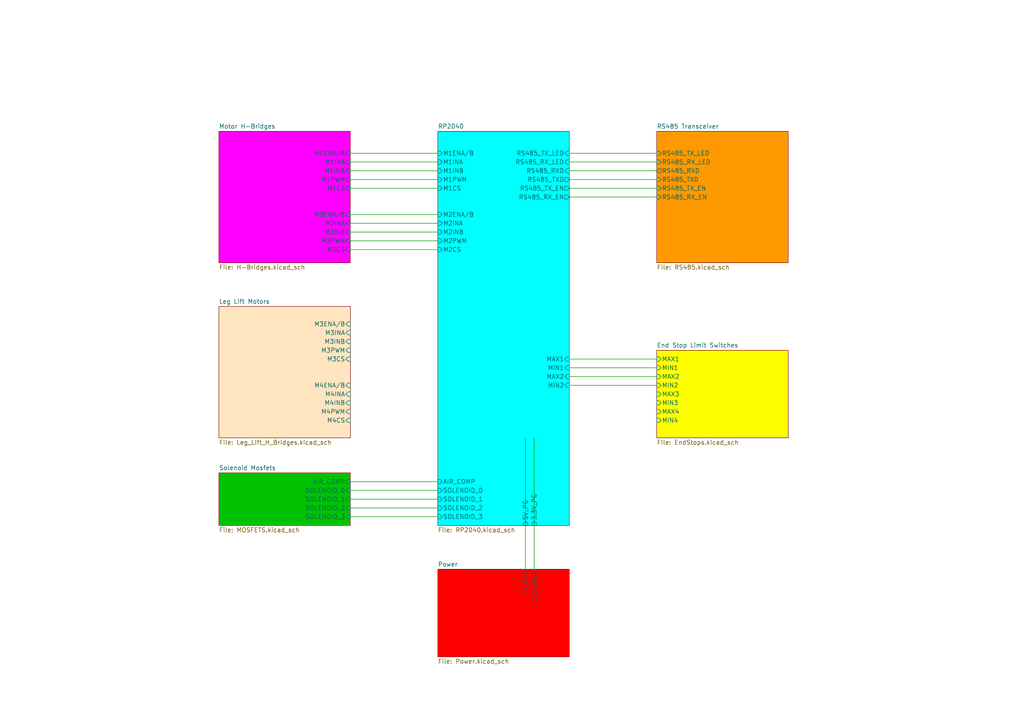
<source format=kicad_sch>
(kicad_sch
	(version 20231120)
	(generator "eeschema")
	(generator_version "8.0")
	(uuid "ebcf7e2b-8e27-4fda-b836-f1b7b461dd71")
	(paper "A4")
	(lib_symbols)
	(wire
		(pts
			(xy 101.6 142.24) (xy 127 142.24)
		)
		(stroke
			(width 0)
			(type default)
		)
		(uuid "02dbefda-1dea-40fc-8037-d8da4be31d2b")
	)
	(wire
		(pts
			(xy 101.6 149.86) (xy 127 149.86)
		)
		(stroke
			(width 0)
			(type default)
		)
		(uuid "0af1ec7c-777b-4050-9f75-12ad8f08ce57")
	)
	(wire
		(pts
			(xy 152.4 127) (xy 152.4 165.1)
		)
		(stroke
			(width 0)
			(type default)
		)
		(uuid "289aebe7-d4cb-4cc6-b681-dec963f5b474")
	)
	(wire
		(pts
			(xy 154.94 127) (xy 154.94 165.1)
		)
		(stroke
			(width 0)
			(type default)
		)
		(uuid "2c27b5ba-3f05-47d3-992c-c490bdb87311")
	)
	(wire
		(pts
			(xy 165.1 49.53) (xy 190.5 49.53)
		)
		(stroke
			(width 0)
			(type default)
		)
		(uuid "33941cae-978d-45cc-bb1e-7e742d60c26e")
	)
	(wire
		(pts
			(xy 101.6 67.31) (xy 127 67.31)
		)
		(stroke
			(width 0)
			(type default)
		)
		(uuid "347ef00c-94ef-49f2-8bd3-ca271d8964d0")
	)
	(wire
		(pts
			(xy 165.1 54.61) (xy 190.5 54.61)
		)
		(stroke
			(width 0)
			(type default)
		)
		(uuid "35bca70e-56f2-4a34-a171-ef45c82e9002")
	)
	(wire
		(pts
			(xy 101.6 54.61) (xy 127 54.61)
		)
		(stroke
			(width 0)
			(type default)
		)
		(uuid "386d3fdd-4e74-44de-8435-c262ebbbcf4a")
	)
	(wire
		(pts
			(xy 101.6 72.39) (xy 127 72.39)
		)
		(stroke
			(width 0)
			(type default)
		)
		(uuid "40a50979-6861-41c2-ad91-a141991a875e")
	)
	(wire
		(pts
			(xy 165.1 52.07) (xy 190.5 52.07)
		)
		(stroke
			(width 0)
			(type default)
		)
		(uuid "49b22784-afe5-4d41-b343-cec0834415ed")
	)
	(wire
		(pts
			(xy 101.6 62.23) (xy 127 62.23)
		)
		(stroke
			(width 0)
			(type default)
		)
		(uuid "4d98ef4f-4406-440c-a868-8abc09731e17")
	)
	(wire
		(pts
			(xy 101.6 147.32) (xy 127 147.32)
		)
		(stroke
			(width 0)
			(type default)
		)
		(uuid "4e089668-e716-4a9d-90c4-dde291b6f5d2")
	)
	(wire
		(pts
			(xy 101.6 139.7) (xy 127 139.7)
		)
		(stroke
			(width 0)
			(type default)
		)
		(uuid "5044f88c-78c2-4030-addd-c4455e2b5448")
	)
	(wire
		(pts
			(xy 101.6 49.53) (xy 127 49.53)
		)
		(stroke
			(width 0)
			(type default)
		)
		(uuid "68ab8f7c-cfa9-4a54-9d52-d18979dcc268")
	)
	(wire
		(pts
			(xy 101.6 46.99) (xy 127 46.99)
		)
		(stroke
			(width 0)
			(type default)
		)
		(uuid "7c76d0b5-710a-4d46-b86a-5f3bc34b20b9")
	)
	(wire
		(pts
			(xy 101.6 69.85) (xy 127 69.85)
		)
		(stroke
			(width 0)
			(type default)
		)
		(uuid "83f3a3ab-d9fc-4bfd-ab8b-814a158ab130")
	)
	(wire
		(pts
			(xy 101.6 64.77) (xy 127 64.77)
		)
		(stroke
			(width 0)
			(type default)
		)
		(uuid "84bed5e7-0979-4cba-a720-d2ec58e25955")
	)
	(wire
		(pts
			(xy 165.1 104.14) (xy 190.5 104.14)
		)
		(stroke
			(width 0)
			(type default)
		)
		(uuid "ae348e45-6fb4-4809-8a47-3d960d49b8de")
	)
	(wire
		(pts
			(xy 165.1 109.22) (xy 190.5 109.22)
		)
		(stroke
			(width 0)
			(type default)
		)
		(uuid "b3d752d1-69d7-425a-b620-f5ef5794fb74")
	)
	(wire
		(pts
			(xy 165.1 57.15) (xy 190.5 57.15)
		)
		(stroke
			(width 0)
			(type default)
		)
		(uuid "d4b0a95c-151f-46ed-bf86-676ee7b8d46f")
	)
	(wire
		(pts
			(xy 101.6 44.45) (xy 127 44.45)
		)
		(stroke
			(width 0)
			(type default)
		)
		(uuid "d76011b8-184f-4dc5-9a59-1b209909a0d1")
	)
	(wire
		(pts
			(xy 165.1 46.99) (xy 190.5 46.99)
		)
		(stroke
			(width 0)
			(type default)
		)
		(uuid "e33ebeea-8c7a-420b-9ac0-fef8fcef251f")
	)
	(wire
		(pts
			(xy 165.1 106.68) (xy 190.5 106.68)
		)
		(stroke
			(width 0)
			(type default)
		)
		(uuid "e35d00e6-5d42-4c7d-b071-c9535ae065d9")
	)
	(wire
		(pts
			(xy 165.1 44.45) (xy 190.5 44.45)
		)
		(stroke
			(width 0)
			(type default)
		)
		(uuid "f0bd188f-a95d-48a9-9d6e-61ede35b1752")
	)
	(wire
		(pts
			(xy 101.6 52.07) (xy 127 52.07)
		)
		(stroke
			(width 0)
			(type default)
		)
		(uuid "f343804f-d035-4e58-99e7-117c95b77b21")
	)
	(wire
		(pts
			(xy 101.6 144.78) (xy 127 144.78)
		)
		(stroke
			(width 0)
			(type default)
		)
		(uuid "f57f4d95-53b0-45d1-bb33-d009bb9b41e1")
	)
	(wire
		(pts
			(xy 165.1 111.76) (xy 190.5 111.76)
		)
		(stroke
			(width 0)
			(type default)
		)
		(uuid "f6eb3a6c-87e7-4337-a469-c3343c0013c8")
	)
	(sheet
		(at 127 38.1)
		(size 38.1 114.3)
		(fields_autoplaced yes)
		(stroke
			(width 0.1524)
			(type solid)
		)
		(fill
			(color 0 255 255 1.0000)
		)
		(uuid "21c46b6c-89db-453e-9f1c-8ec34b51ab69")
		(property "Sheetname" "RP2040"
			(at 127 37.3884 0)
			(effects
				(font
					(size 1.27 1.27)
				)
				(justify left bottom)
			)
		)
		(property "Sheetfile" "RP2040.kicad_sch"
			(at 127 152.9846 0)
			(effects
				(font
					(size 1.27 1.27)
				)
				(justify left top)
			)
		)
		(pin "AIR_COMP" input
			(at 127 139.7 180)
			(effects
				(font
					(size 1.27 1.27)
				)
				(justify left)
			)
			(uuid "1853a366-25be-41cb-812b-4b1b38212b8f")
		)
		(pin "SOLENOID_0" input
			(at 127 142.24 180)
			(effects
				(font
					(size 1.27 1.27)
				)
				(justify left)
			)
			(uuid "be527ef1-843b-4494-a93a-d45b0501913e")
		)
		(pin "SOLENOID_1" input
			(at 127 144.78 180)
			(effects
				(font
					(size 1.27 1.27)
				)
				(justify left)
			)
			(uuid "45253151-8aff-4189-bca6-d280757a106a")
		)
		(pin "SOLENOID_2" input
			(at 127 147.32 180)
			(effects
				(font
					(size 1.27 1.27)
				)
				(justify left)
			)
			(uuid "ad516404-e570-46b7-af6f-e77ad541d31a")
		)
		(pin "SOLENOID_3" input
			(at 127 149.86 180)
			(effects
				(font
					(size 1.27 1.27)
				)
				(justify left)
			)
			(uuid "cf2c9f42-eb30-44ab-9b9e-33c52304a8c2")
		)
		(pin "RS485_TX_EN" output
			(at 165.1 54.61 0)
			(effects
				(font
					(size 1.27 1.27)
				)
				(justify right)
			)
			(uuid "5c2e8dc3-393e-4b30-8971-0767f196b5f2")
		)
		(pin "RS485_TXD" output
			(at 165.1 52.07 0)
			(effects
				(font
					(size 1.27 1.27)
				)
				(justify right)
			)
			(uuid "9b54aa7e-8538-4247-8ac3-573e4de12d79")
		)
		(pin "RS485_RXD" input
			(at 165.1 49.53 0)
			(effects
				(font
					(size 1.27 1.27)
				)
				(justify right)
			)
			(uuid "b070f273-e6dd-49ef-b27c-d19585b96b6c")
		)
		(pin "RS485_RX_LED" input
			(at 165.1 46.99 0)
			(effects
				(font
					(size 1.27 1.27)
				)
				(justify right)
			)
			(uuid "164ca7b7-dba5-4281-b562-6e50863b2b06")
		)
		(pin "RS485_TX_LED" input
			(at 165.1 44.45 0)
			(effects
				(font
					(size 1.27 1.27)
				)
				(justify right)
			)
			(uuid "eda6d9b2-12f4-4723-a5f4-c96929682ee9")
		)
		(pin "RS485_RX_EN" output
			(at 165.1 57.15 0)
			(effects
				(font
					(size 1.27 1.27)
				)
				(justify right)
			)
			(uuid "7624168b-2739-4563-bf71-5ee62c837263")
		)
		(pin "M1ENA{slash}B" input
			(at 127 44.45 180)
			(effects
				(font
					(size 1.27 1.27)
				)
				(justify left)
			)
			(uuid "9f3a6bd6-11bd-496c-8cdd-9d1b4ac7be53")
		)
		(pin "M1INA" input
			(at 127 46.99 180)
			(effects
				(font
					(size 1.27 1.27)
				)
				(justify left)
			)
			(uuid "919b89b8-2600-4975-a6c8-163a0a348310")
		)
		(pin "M1INB" input
			(at 127 49.53 180)
			(effects
				(font
					(size 1.27 1.27)
				)
				(justify left)
			)
			(uuid "5a2968a5-6d38-473b-b2b0-e6972676e7e4")
		)
		(pin "M1PWM" input
			(at 127 52.07 180)
			(effects
				(font
					(size 1.27 1.27)
				)
				(justify left)
			)
			(uuid "bd1a1301-44a1-408a-9edc-d57199888e6c")
		)
		(pin "MAX1" input
			(at 165.1 104.14 0)
			(effects
				(font
					(size 1.27 1.27)
				)
				(justify right)
			)
			(uuid "0f888ea1-1797-4f75-8576-6f81ec6f1573")
		)
		(pin "MIN1" input
			(at 165.1 106.68 0)
			(effects
				(font
					(size 1.27 1.27)
				)
				(justify right)
			)
			(uuid "66ef3b38-d38a-43d4-82cf-435c32056763")
		)
		(pin "M1CS" input
			(at 127 54.61 180)
			(effects
				(font
					(size 1.27 1.27)
				)
				(justify left)
			)
			(uuid "3a2158cc-c724-40c2-94f6-dea5e23ccac6")
		)
		(pin "M2CS" input
			(at 127 72.39 180)
			(effects
				(font
					(size 1.27 1.27)
				)
				(justify left)
			)
			(uuid "06080e4e-f516-48f4-b6f2-bd9d4a8db608")
		)
		(pin "M2ENA{slash}B" input
			(at 127 62.23 180)
			(effects
				(font
					(size 1.27 1.27)
				)
				(justify left)
			)
			(uuid "41eb1a17-72a9-4868-92c8-b23727a7bae4")
		)
		(pin "M2INB" input
			(at 127 67.31 180)
			(effects
				(font
					(size 1.27 1.27)
				)
				(justify left)
			)
			(uuid "aa5d3c42-e75b-4f9c-9fe2-adc057bce2f6")
		)
		(pin "M2INA" input
			(at 127 64.77 180)
			(effects
				(font
					(size 1.27 1.27)
				)
				(justify left)
			)
			(uuid "c31d8342-855b-40ad-8fcd-515182b4c830")
		)
		(pin "M2PWM" input
			(at 127 69.85 180)
			(effects
				(font
					(size 1.27 1.27)
				)
				(justify left)
			)
			(uuid "f63f4b96-887b-48c3-ae8c-cadb32d8f5cd")
		)
		(pin "MAX2" input
			(at 165.1 109.22 0)
			(effects
				(font
					(size 1.27 1.27)
				)
				(justify right)
			)
			(uuid "b698b40e-6dfd-431a-9a04-3d8b4d8991ed")
		)
		(pin "MIN2" input
			(at 165.1 111.76 0)
			(effects
				(font
					(size 1.27 1.27)
				)
				(justify right)
			)
			(uuid "5aaad523-d26e-4759-b79a-9e3e57f3cf26")
		)
		(pin "5V_PG" input
			(at 152.4 152.4 270)
			(effects
				(font
					(size 1.27 1.27)
				)
				(justify left)
			)
			(uuid "5bbcf012-686e-4909-8ce6-ec225375126d")
		)
		(pin "3.3V_PG" input
			(at 154.94 152.4 270)
			(effects
				(font
					(size 1.27 1.27)
				)
				(justify left)
			)
			(uuid "47a5b5b7-e816-4535-b914-3e756004999e")
		)
		(instances
			(project "recline-actuator-controller"
				(path "/ebcf7e2b-8e27-4fda-b836-f1b7b461dd71"
					(page "2")
				)
			)
		)
	)
	(sheet
		(at 190.5 101.6)
		(size 38.1 25.4)
		(fields_autoplaced yes)
		(stroke
			(width 0.1524)
			(type solid)
		)
		(fill
			(color 255 255 0 1.0000)
		)
		(uuid "4736f004-0f35-46c9-a3b6-cf86b71c1c52")
		(property "Sheetname" "End Stop Limit Switches"
			(at 190.5 100.8884 0)
			(effects
				(font
					(size 1.27 1.27)
				)
				(justify left bottom)
			)
		)
		(property "Sheetfile" "EndStops.kicad_sch"
			(at 190.5 127.5846 0)
			(effects
				(font
					(size 1.27 1.27)
				)
				(justify left top)
			)
		)
		(pin "MIN2" input
			(at 190.5 111.76 180)
			(effects
				(font
					(size 1.27 1.27)
				)
				(justify left)
			)
			(uuid "d85c367a-a5c7-4769-8e82-bb4c45b2fe9a")
		)
		(pin "MAX2" input
			(at 190.5 109.22 180)
			(effects
				(font
					(size 1.27 1.27)
				)
				(justify left)
			)
			(uuid "fcd8182c-f1ff-4df3-8daa-87efcd3658b1")
		)
		(pin "MAX1" input
			(at 190.5 104.14 180)
			(effects
				(font
					(size 1.27 1.27)
				)
				(justify left)
			)
			(uuid "8a4582f8-4f20-4730-a70f-c243a420b8c8")
		)
		(pin "MIN1" input
			(at 190.5 106.68 180)
			(effects
				(font
					(size 1.27 1.27)
				)
				(justify left)
			)
			(uuid "fe5a61aa-4067-4a1e-b26c-0404dede4cd1")
		)
		(pin "MIN4" input
			(at 190.5 121.92 180)
			(effects
				(font
					(size 1.27 1.27)
				)
				(justify left)
			)
			(uuid "c8f0c0c9-cbd2-4ae3-a326-94fbb41e2b99")
		)
		(pin "MAX3" input
			(at 190.5 114.3 180)
			(effects
				(font
					(size 1.27 1.27)
				)
				(justify left)
			)
			(uuid "f38deaaf-78be-4b20-aeb3-ae4c5f5e4791")
		)
		(pin "MIN3" input
			(at 190.5 116.84 180)
			(effects
				(font
					(size 1.27 1.27)
				)
				(justify left)
			)
			(uuid "16bbf776-bd17-43e6-af86-3c35d91b4d0d")
		)
		(pin "MAX4" input
			(at 190.5 119.38 180)
			(effects
				(font
					(size 1.27 1.27)
				)
				(justify left)
			)
			(uuid "2efa8977-4730-49a6-9aeb-68db1e4b0b9e")
		)
		(instances
			(project "recline-actuator-controller"
				(path "/ebcf7e2b-8e27-4fda-b836-f1b7b461dd71"
					(page "7")
				)
			)
		)
	)
	(sheet
		(at 63.5 137.16)
		(size 38.1 15.24)
		(fields_autoplaced yes)
		(stroke
			(width 0.1524)
			(type solid)
		)
		(fill
			(color 0 194 0 1.0000)
		)
		(uuid "49ccf422-8e52-4f31-bf60-61adb7fb512c")
		(property "Sheetname" "Solenoid Mosfets"
			(at 63.5 136.4484 0)
			(effects
				(font
					(size 1.27 1.27)
				)
				(justify left bottom)
			)
		)
		(property "Sheetfile" "MOSFETS.kicad_sch"
			(at 63.5 152.9846 0)
			(effects
				(font
					(size 1.27 1.27)
				)
				(justify left top)
			)
		)
		(pin "AIR_COMP" input
			(at 101.6 139.7 0)
			(effects
				(font
					(size 1.27 1.27)
				)
				(justify right)
			)
			(uuid "43bb329b-bbb3-4581-8fea-3129a6cdfc8e")
		)
		(pin "SOLENOID_0" input
			(at 101.6 142.24 0)
			(effects
				(font
					(size 1.27 1.27)
				)
				(justify right)
			)
			(uuid "90b40a2c-4665-4b2d-83a9-af01e918b9c9")
		)
		(pin "SOLENOID_1" input
			(at 101.6 144.78 0)
			(effects
				(font
					(size 1.27 1.27)
				)
				(justify right)
			)
			(uuid "28b766f6-23f9-4223-8439-125b888a5dcb")
		)
		(pin "SOLENOID_2" input
			(at 101.6 147.32 0)
			(effects
				(font
					(size 1.27 1.27)
				)
				(justify right)
			)
			(uuid "12c9ea09-9c47-40bc-abd9-f9cce1aae16b")
		)
		(pin "SOLENOID_3" input
			(at 101.6 149.86 0)
			(effects
				(font
					(size 1.27 1.27)
				)
				(justify right)
			)
			(uuid "b8433e99-0ca6-45f0-94e1-3f07b9e6e0b8")
		)
		(instances
			(project "recline-actuator-controller"
				(path "/ebcf7e2b-8e27-4fda-b836-f1b7b461dd71"
					(page "6")
				)
			)
		)
	)
	(sheet
		(at 190.5 38.1)
		(size 38.1 38.1)
		(fields_autoplaced yes)
		(stroke
			(width 0.1524)
			(type solid)
		)
		(fill
			(color 255 153 0 1.0000)
		)
		(uuid "55f70b80-e6e7-47cf-83a5-15783fd4e573")
		(property "Sheetname" "RS485 Transceiver"
			(at 190.5 37.3884 0)
			(effects
				(font
					(size 1.27 1.27)
				)
				(justify left bottom)
			)
		)
		(property "Sheetfile" "RS485.kicad_sch"
			(at 190.5 76.7846 0)
			(effects
				(font
					(size 1.27 1.27)
				)
				(justify left top)
			)
		)
		(pin "RS485_TX_LED" input
			(at 190.5 44.45 180)
			(effects
				(font
					(size 1.27 1.27)
				)
				(justify left)
			)
			(uuid "7cb54a5a-119f-4ace-a50a-070114b33d6c")
		)
		(pin "RS485_RX_LED" input
			(at 190.5 46.99 180)
			(effects
				(font
					(size 1.27 1.27)
				)
				(justify left)
			)
			(uuid "7a98088d-2eed-41d9-9e94-d942377a6f4d")
		)
		(pin "RS485_RXD" output
			(at 190.5 49.53 180)
			(effects
				(font
					(size 1.27 1.27)
				)
				(justify left)
			)
			(uuid "3f0cc235-6677-4457-bdf1-451c7b908f8e")
		)
		(pin "RS485_TX_EN" input
			(at 190.5 54.61 180)
			(effects
				(font
					(size 1.27 1.27)
				)
				(justify left)
			)
			(uuid "ced87354-815c-43a0-9662-70e68305e7a2")
		)
		(pin "RS485_TXD" input
			(at 190.5 52.07 180)
			(effects
				(font
					(size 1.27 1.27)
				)
				(justify left)
			)
			(uuid "fd58e0dc-3dd0-4f4b-be67-c1538b79a286")
		)
		(pin "RS485_RX_EN" input
			(at 190.5 57.15 180)
			(effects
				(font
					(size 1.27 1.27)
				)
				(justify left)
			)
			(uuid "087a0f3d-f8bd-4079-bc64-b74032047a2f")
		)
		(instances
			(project "recline-actuator-controller"
				(path "/ebcf7e2b-8e27-4fda-b836-f1b7b461dd71"
					(page "3")
				)
			)
		)
	)
	(sheet
		(at 63.5 88.9)
		(size 38.1 38.1)
		(fields_autoplaced yes)
		(stroke
			(width 0.1524)
			(type solid)
		)
		(fill
			(color 255 229 191 1.0000)
		)
		(uuid "5e96fa95-1cc3-405c-b5df-46eef5c65562")
		(property "Sheetname" "Leg Lift Motors"
			(at 63.5 88.1884 0)
			(effects
				(font
					(size 1.27 1.27)
				)
				(justify left bottom)
			)
		)
		(property "Sheetfile" "Leg_Lift_H_Bridges.kicad_sch"
			(at 63.5 127.5846 0)
			(effects
				(font
					(size 1.27 1.27)
				)
				(justify left top)
			)
		)
		(pin "M4PWM" input
			(at 101.6 119.38 0)
			(effects
				(font
					(size 1.27 1.27)
				)
				(justify right)
			)
			(uuid "0fffd3a3-8bd8-4253-bebe-1e7456db10bc")
		)
		(pin "M4CS" input
			(at 101.6 121.92 0)
			(effects
				(font
					(size 1.27 1.27)
				)
				(justify right)
			)
			(uuid "15a93492-383f-43fe-96f3-4d7c82506eaa")
		)
		(pin "M4INA" input
			(at 101.6 114.3 0)
			(effects
				(font
					(size 1.27 1.27)
				)
				(justify right)
			)
			(uuid "dee5db80-d6de-4eb3-873f-15dd25785e0c")
		)
		(pin "M4ENA{slash}B" input
			(at 101.6 111.76 0)
			(effects
				(font
					(size 1.27 1.27)
				)
				(justify right)
			)
			(uuid "69eb2faf-a4e2-4393-beb7-0db878dc5cd8")
		)
		(pin "M4INB" input
			(at 101.6 116.84 0)
			(effects
				(font
					(size 1.27 1.27)
				)
				(justify right)
			)
			(uuid "82cee5fd-1afc-438d-902e-51926ede21a2")
		)
		(pin "M3ENA{slash}B" input
			(at 101.6 93.98 0)
			(effects
				(font
					(size 1.27 1.27)
				)
				(justify right)
			)
			(uuid "8ce6128e-493c-4559-8740-aa311d9f7072")
		)
		(pin "M3PWM" input
			(at 101.6 101.6 0)
			(effects
				(font
					(size 1.27 1.27)
				)
				(justify right)
			)
			(uuid "4830612d-3a7b-4192-9808-ca20f709fe65")
		)
		(pin "M3CS" input
			(at 101.6 104.14 0)
			(effects
				(font
					(size 1.27 1.27)
				)
				(justify right)
			)
			(uuid "bf06d0aa-717c-4b88-a4ce-c36e1e0b0e4f")
		)
		(pin "M3INA" input
			(at 101.6 96.52 0)
			(effects
				(font
					(size 1.27 1.27)
				)
				(justify right)
			)
			(uuid "6c27a010-11d9-486a-932a-acaa25febc55")
		)
		(pin "M3INB" input
			(at 101.6 99.06 0)
			(effects
				(font
					(size 1.27 1.27)
				)
				(justify right)
			)
			(uuid "a927b1d6-e28b-47b6-bb22-3b2a3dd6f3eb")
		)
		(instances
			(project "recline-actuator-controller"
				(path "/ebcf7e2b-8e27-4fda-b836-f1b7b461dd71"
					(page "8")
				)
			)
		)
	)
	(sheet
		(at 127 165.1)
		(size 38.1 25.4)
		(fields_autoplaced yes)
		(stroke
			(width 0.1524)
			(type solid)
		)
		(fill
			(color 255 0 0 1.0000)
		)
		(uuid "d527447b-7986-42ad-b09f-c647649f6315")
		(property "Sheetname" "Power"
			(at 127 164.3884 0)
			(effects
				(font
					(size 1.27 1.27)
				)
				(justify left bottom)
			)
		)
		(property "Sheetfile" "Power.kicad_sch"
			(at 127 191.0846 0)
			(effects
				(font
					(size 1.27 1.27)
				)
				(justify left top)
			)
		)
		(pin "3.3V_PG" input
			(at 154.94 165.1 90)
			(effects
				(font
					(size 1.27 1.27)
				)
				(justify right)
			)
			(uuid "716dc3f5-9778-454c-a8a8-8658e16c7fa8")
		)
		(pin "5V_PG" input
			(at 152.4 165.1 90)
			(effects
				(font
					(size 1.27 1.27)
				)
				(justify right)
			)
			(uuid "a29b3958-478e-4a21-bfb6-91056ce15402")
		)
		(instances
			(project "recline-actuator-controller"
				(path "/ebcf7e2b-8e27-4fda-b836-f1b7b461dd71"
					(page "4")
				)
			)
		)
	)
	(sheet
		(at 63.5 38.1)
		(size 38.1 38.1)
		(fields_autoplaced yes)
		(stroke
			(width 0.1524)
			(type solid)
		)
		(fill
			(color 255 0 255 1.0000)
		)
		(uuid "dace56b0-f0c3-41be-bead-7d590d1ed04e")
		(property "Sheetname" "Motor H-Bridges"
			(at 63.5 37.3884 0)
			(effects
				(font
					(size 1.27 1.27)
				)
				(justify left bottom)
			)
		)
		(property "Sheetfile" "H-Bridges.kicad_sch"
			(at 63.5 76.7846 0)
			(effects
				(font
					(size 1.27 1.27)
				)
				(justify left top)
			)
		)
		(pin "M1ENA{slash}B" input
			(at 101.6 44.45 0)
			(effects
				(font
					(size 1.27 1.27)
				)
				(justify right)
			)
			(uuid "482ca54f-af5b-4e6d-8234-8fccb69c0612")
		)
		(pin "M1INA" input
			(at 101.6 46.99 0)
			(effects
				(font
					(size 1.27 1.27)
				)
				(justify right)
			)
			(uuid "dd36709a-cd75-44ae-90e5-0ffc7b8b3802")
		)
		(pin "M1INB" input
			(at 101.6 49.53 0)
			(effects
				(font
					(size 1.27 1.27)
				)
				(justify right)
			)
			(uuid "20e2835b-4c87-4dfb-876b-129d05b25801")
		)
		(pin "M1PWM" input
			(at 101.6 52.07 0)
			(effects
				(font
					(size 1.27 1.27)
				)
				(justify right)
			)
			(uuid "8fb59965-9d0f-4cb6-8d4d-30273f98ee38")
		)
		(pin "M1CS" input
			(at 101.6 54.61 0)
			(effects
				(font
					(size 1.27 1.27)
				)
				(justify right)
			)
			(uuid "78596fac-559a-4691-b1ba-d4ca02826d1b")
		)
		(pin "M2CS" input
			(at 101.6 72.39 0)
			(effects
				(font
					(size 1.27 1.27)
				)
				(justify right)
			)
			(uuid "a1b76672-e852-42ff-bf4b-7afeb5fd2f0b")
		)
		(pin "M2INB" input
			(at 101.6 67.31 0)
			(effects
				(font
					(size 1.27 1.27)
				)
				(justify right)
			)
			(uuid "83dac4fd-4fa5-4746-92ad-57661086b3dc")
		)
		(pin "M2PWM" input
			(at 101.6 69.85 0)
			(effects
				(font
					(size 1.27 1.27)
				)
				(justify right)
			)
			(uuid "a0e26981-fac6-4cfd-97a3-e50084cd1b26")
		)
		(pin "M2ENA{slash}B" input
			(at 101.6 62.23 0)
			(effects
				(font
					(size 1.27 1.27)
				)
				(justify right)
			)
			(uuid "b89f6b93-74ad-41e4-9d3b-7b90244175d9")
		)
		(pin "M2INA" input
			(at 101.6 64.77 0)
			(effects
				(font
					(size 1.27 1.27)
				)
				(justify right)
			)
			(uuid "85153e78-8bc7-4f13-87e7-73c4e9adce03")
		)
		(instances
			(project "recline-actuator-controller"
				(path "/ebcf7e2b-8e27-4fda-b836-f1b7b461dd71"
					(page "5")
				)
			)
		)
	)
	(sheet_instances
		(path "/"
			(page "1")
		)
	)
)

</source>
